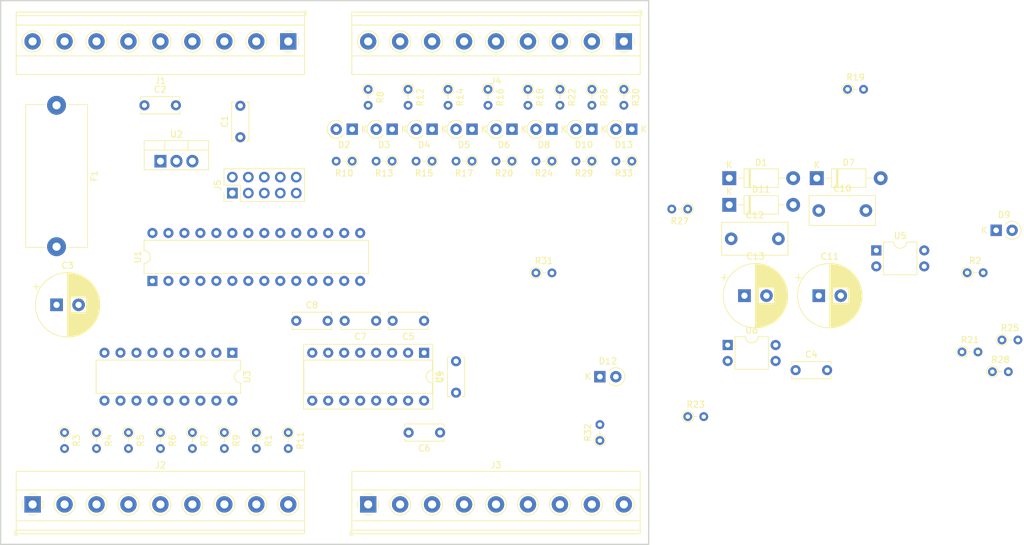
<source format=kicad_pcb>
(kicad_pcb (version 20171130) (host pcbnew 5.1.10-88a1d61d58~88~ubuntu20.04.1)
  (layers (0 F.Cu signal) (31 B.Cu signal) (34 B.Paste user) (35 F.Paste user) (36 B.SilkS user) (37 F.SilkS user) (38 B.Mask user) (39 F.Mask user) (44 Edge.Cuts user))
  (net 0 "")
  (net 1 GND)
  (net 2 +5V)
  (net 3 +24V)
  (net 4 "Net-(J2-Pad8)")
  (net 5 "Net-(J2-Pad7)")
  (net 6 "Net-(J2-Pad6)")
  (net 7 "Net-(J2-Pad5)")
  (net 8 "Net-(J2-Pad4)")
  (net 9 "Net-(J2-Pad3)")
  (net 10 "Net-(J2-Pad2)")
  (net 11 RS232_RX)
  (net 12 RS232_TX)
  (net 13 "Net-(J4-Pad6)")
  (net 14 "Net-(J4-Pad5)")
  (net 15 MISO)
  (net 16 SCK)
  (net 17 RST)
  (net 18 MOSI)
  (net 19 "Net-(R1-Pad1)")
  (net 20 DI0)
  (net 21 "Net-(U1-Pad13)")
  (net 22 S2)
  (net 23 "Net-(U1-Pad12)")
  (net 24 S1)
  (net 25 "Net-(U1-Pad11)")
  (net 26 DO1)
  (net 27 DI7)
  (net 28 DO0)
  (net 29 DI6)
  (net 30 "Net-(U1-Pad6)")
  (net 31 "Net-(U1-Pad5)")
  (net 32 "Net-(U1-Pad4)")
  (net 33 TXD)
  (net 34 DI2)
  (net 35 RXD)
  (net 36 DI1)
  (net 37 "Net-(C5-Pad2)")
  (net 38 "Net-(C5-Pad1)")
  (net 39 "Net-(C7-Pad2)")
  (net 40 "Net-(C7-Pad1)")
  (net 41 "Net-(C8-Pad2)")
  (net 42 "Net-(C9-Pad2)")
  (net 43 "Net-(C10-Pad2)")
  (net 44 L1)
  (net 45 "Net-(C11-Pad2)")
  (net 46 "Net-(C11-Pad1)")
  (net 47 "Net-(C12-Pad2)")
  (net 48 L2)
  (net 49 "Net-(C13-Pad2)")
  (net 50 "Net-(C13-Pad1)")
  (net 51 "Net-(D1-Pad1)")
  (net 52 "Net-(F1-Pad1)")
  (net 53 N1)
  (net 54 N2)
  (net 55 "Net-(R3-Pad1)")
  (net 56 "Net-(R4-Pad1)")
  (net 57 "Net-(R5-Pad1)")
  (net 58 "Net-(R6-Pad1)")
  (net 59 "Net-(R7-Pad1)")
  (net 60 "Net-(R9-Pad1)")
  (net 61 "Net-(R11-Pad1)")
  (net 62 "Net-(R21-Pad1)")
  (net 63 "Net-(R28-Pad1)")
  (net 64 "Net-(J4-Pad4)")
  (net 65 "Net-(J4-Pad3)")
  (net 66 "Net-(J2-Pad9)")
  (net 67 "Net-(J4-Pad8)")
  (net 68 "Net-(J4-Pad7)")
  (net 69 "Net-(J4-Pad2)")
  (net 70 "Net-(J4-Pad1)")
  (module TerminalBlock_Phoenix:TerminalBlock_Phoenix_MKDS-1,5-9-5.08_1x09_P5.08mm_Horizontal (layer F.Cu) (at 198.12 69.85 180)
    (fp_text reference J4 (at 20.32 -6.26) (layer F.SilkS))
    (fp_text value Screw_Terminal_01x09)
    (pad 9 thru_hole circle (at 40.64 0 180) (size 2.6 2.6) (drill 1.3) (layers *.Cu *.Mask))
    (pad 8 thru_hole circle (at 35.56 0 180) (size 2.6 2.6) (drill 1.3) (layers *.Cu *.Mask) (net 67 "Net-(J4-Pad8)"))
    (pad 7 thru_hole circle (at 30.48 0 180) (size 2.6 2.6) (drill 1.3) (layers *.Cu *.Mask) (net 68 "Net-(J4-Pad7)"))
    (pad 6 thru_hole circle (at 25.4 0 180) (size 2.6 2.6) (drill 1.3) (layers *.Cu *.Mask) (net 13 "Net-(J4-Pad6)"))
    (pad 5 thru_hole circle (at 20.32 0 180) (size 2.6 2.6) (drill 1.3) (layers *.Cu *.Mask) (net 14 "Net-(J4-Pad5)"))
    (pad 4 thru_hole circle (at 15.24 0 180) (size 2.6 2.6) (drill 1.3) (layers *.Cu *.Mask) (net 64 "Net-(J4-Pad4)"))
    (pad 3 thru_hole circle (at 10.16 0 180) (size 2.6 2.6) (drill 1.3) (layers *.Cu *.Mask) (net 65 "Net-(J4-Pad3)"))
    (pad 2 thru_hole circle (at 5.08 0 180) (size 2.6 2.6) (drill 1.3) (layers *.Cu *.Mask) (net 69 "Net-(J4-Pad2)"))
    (pad 1 thru_hole rect (at 0 0 180) (size 2.6 2.6) (drill 1.3) (layers *.Cu *.Mask) (net 70 "Net-(J4-Pad1)"))
  )
  (module TerminalBlock_Phoenix:TerminalBlock_Phoenix_MKDS-1,5-9-5.08_1x09_P5.08mm_Horizontal (layer F.Cu) (at 157.48 143.51)
    (fp_text reference J3 (at 20.32 -6.26) (layer F.SilkS))
    (fp_text value Screw_Terminal_01x09)
    (pad 9 thru_hole circle (at 40.64 0) (size 2.6 2.6) (drill 1.3) (layers *.Cu *.Mask) (net 54 N2))
    (pad 8 thru_hole circle (at 35.56 0) (size 2.6 2.6) (drill 1.3) (layers *.Cu *.Mask) (net 48 L2))
    (pad 7 thru_hole circle (at 30.48 0) (size 2.6 2.6) (drill 1.3) (layers *.Cu *.Mask) (net 53 N1))
    (pad 6 thru_hole circle (at 25.4 0) (size 2.6 2.6) (drill 1.3) (layers *.Cu *.Mask) (net 44 L1))
    (pad 5 thru_hole circle (at 20.32 0) (size 2.6 2.6) (drill 1.3) (layers *.Cu *.Mask))
    (pad 4 thru_hole circle (at 15.24 0) (size 2.6 2.6) (drill 1.3) (layers *.Cu *.Mask))
    (pad 3 thru_hole circle (at 10.16 0) (size 2.6 2.6) (drill 1.3) (layers *.Cu *.Mask))
    (pad 2 thru_hole circle (at 5.08 0) (size 2.6 2.6) (drill 1.3) (layers *.Cu *.Mask) (net 12 RS232_TX))
    (pad 1 thru_hole rect (at 0 0) (size 2.6 2.6) (drill 1.3) (layers *.Cu *.Mask) (net 11 RS232_RX))
  )
  (module TerminalBlock_Phoenix:TerminalBlock_Phoenix_MKDS-1,5-9-5.08_1x09_P5.08mm_Horizontal (layer F.Cu) (at 104.14 143.51)
    (fp_text reference J2 (at 20.32 -6.26) (layer F.SilkS))
    (fp_text value Screw_Terminal_01x09)
    (pad 9 thru_hole circle (at 40.64 0) (size 2.6 2.6) (drill 1.3) (layers *.Cu *.Mask) (net 66 "Net-(J2-Pad9)"))
    (pad 8 thru_hole circle (at 35.56 0) (size 2.6 2.6) (drill 1.3) (layers *.Cu *.Mask) (net 4 "Net-(J2-Pad8)"))
    (pad 7 thru_hole circle (at 30.48 0) (size 2.6 2.6) (drill 1.3) (layers *.Cu *.Mask) (net 5 "Net-(J2-Pad7)"))
    (pad 6 thru_hole circle (at 25.4 0) (size 2.6 2.6) (drill 1.3) (layers *.Cu *.Mask) (net 6 "Net-(J2-Pad6)"))
    (pad 5 thru_hole circle (at 20.32 0) (size 2.6 2.6) (drill 1.3) (layers *.Cu *.Mask) (net 7 "Net-(J2-Pad5)"))
    (pad 4 thru_hole circle (at 15.24 0) (size 2.6 2.6) (drill 1.3) (layers *.Cu *.Mask) (net 8 "Net-(J2-Pad4)"))
    (pad 3 thru_hole circle (at 10.16 0) (size 2.6 2.6) (drill 1.3) (layers *.Cu *.Mask) (net 9 "Net-(J2-Pad3)"))
    (pad 2 thru_hole circle (at 5.08 0) (size 2.6 2.6) (drill 1.3) (layers *.Cu *.Mask) (net 10 "Net-(J2-Pad2)"))
    (pad 1 thru_hole rect (at 0 0) (size 2.6 2.6) (drill 1.3) (layers *.Cu *.Mask))
  )
  (module TerminalBlock_Phoenix:TerminalBlock_Phoenix_MKDS-1,5-9-5.08_1x09_P5.08mm_Horizontal (layer F.Cu) (at 144.78 69.85 180)
    (fp_text reference J1 (at 20.32 -6.26) (layer F.SilkS))
    (fp_text value Screw_Terminal_01x09)
    (pad 9 thru_hole circle (at 40.64 0 180) (size 2.6 2.6) (drill 1.3) (layers *.Cu *.Mask) (net 52 "Net-(F1-Pad1)"))
    (pad 8 thru_hole circle (at 35.56 0 180) (size 2.6 2.6) (drill 1.3) (layers *.Cu *.Mask) (net 52 "Net-(F1-Pad1)"))
    (pad 7 thru_hole circle (at 30.48 0 180) (size 2.6 2.6) (drill 1.3) (layers *.Cu *.Mask) (net 52 "Net-(F1-Pad1)"))
    (pad 6 thru_hole circle (at 25.4 0 180) (size 2.6 2.6) (drill 1.3) (layers *.Cu *.Mask) (net 52 "Net-(F1-Pad1)"))
    (pad 5 thru_hole circle (at 20.32 0 180) (size 2.6 2.6) (drill 1.3) (layers *.Cu *.Mask) (net 1 GND))
    (pad 4 thru_hole circle (at 15.24 0 180) (size 2.6 2.6) (drill 1.3) (layers *.Cu *.Mask) (net 1 GND))
    (pad 3 thru_hole circle (at 10.16 0 180) (size 2.6 2.6) (drill 1.3) (layers *.Cu *.Mask) (net 1 GND))
    (pad 2 thru_hole circle (at 5.08 0 180) (size 2.6 2.6) (drill 1.3) (layers *.Cu *.Mask) (net 1 GND))
    (pad 1 thru_hole rect (at 0 0 180) (size 2.6 2.6) (drill 1.3) (layers *.Cu *.Mask))
  )
  (module Package_DIP:DIP-4_W7.62mm (layer F.Cu) (at 214.625354 118.15)
    (fp_text reference U6 (at 3.81 -2.33) (layer F.SilkS))
    (fp_text value A817)
    (pad 4 thru_hole oval (at 7.62 0) (size 1.6 1.6) (drill 0.8) (layers *.Cu *.Mask) (net 2 +5V))
    (pad 2 thru_hole oval (at 0 2.54) (size 1.6 1.6) (drill 0.8) (layers *.Cu *.Mask) (net 49 "Net-(C13-Pad2)"))
    (pad 3 thru_hole oval (at 7.62 2.54) (size 1.6 1.6) (drill 0.8) (layers *.Cu *.Mask) (net 22 S2))
    (pad 1 thru_hole rect (at 0 0) (size 1.6 1.6) (drill 0.8) (layers *.Cu *.Mask) (net 63 "Net-(R28-Pad1)"))
  )
  (module Package_DIP:DIP-4_W7.62mm (layer F.Cu) (at 238.245354 103.1)
    (fp_text reference U5 (at 3.81 -2.33) (layer F.SilkS))
    (fp_text value A817)
    (pad 4 thru_hole oval (at 7.62 0) (size 1.6 1.6) (drill 0.8) (layers *.Cu *.Mask) (net 2 +5V))
    (pad 2 thru_hole oval (at 0 2.54) (size 1.6 1.6) (drill 0.8) (layers *.Cu *.Mask) (net 45 "Net-(C11-Pad2)"))
    (pad 3 thru_hole oval (at 7.62 2.54) (size 1.6 1.6) (drill 0.8) (layers *.Cu *.Mask) (net 24 S1))
    (pad 1 thru_hole rect (at 0 0) (size 1.6 1.6) (drill 0.8) (layers *.Cu *.Mask) (net 62 "Net-(R21-Pad1)"))
  )
  (module Resistor_THT:R_Axial_DIN0204_L3.6mm_D1.6mm_P2.54mm_Vertical (layer F.Cu) (at 199.39 88.9 180)
    (fp_text reference R33 (at 1.27 -1.92) (layer F.SilkS))
    (fp_text value 100k)
    (pad 2 thru_hole oval (at 2.54 0 180) (size 1.4 1.4) (drill 0.7) (layers *.Cu *.Mask) (net 1 GND))
    (pad 1 thru_hole circle (at 0 0 180) (size 1.4 1.4) (drill 0.7) (layers *.Cu *.Mask) (net 27 DI7))
  )
  (module Resistor_THT:R_Axial_DIN0204_L3.6mm_D1.6mm_P2.54mm_Vertical (layer F.Cu) (at 194.31 133.35 90)
    (fp_text reference R32 (at 1.27 -1.92 90) (layer F.SilkS))
    (fp_text value 100k)
    (pad 2 thru_hole oval (at 2.54 0 90) (size 1.4 1.4) (drill 0.7) (layers *.Cu *.Mask) (net 54 N2))
    (pad 1 thru_hole circle (at 0 0 90) (size 1.4 1.4) (drill 0.7) (layers *.Cu *.Mask) (net 49 "Net-(C13-Pad2)"))
  )
  (module Resistor_THT:R_Axial_DIN0204_L3.6mm_D1.6mm_P2.54mm_Vertical (layer F.Cu) (at 184.15 106.68)
    (fp_text reference R31 (at 1.27 -1.92) (layer F.SilkS))
    (fp_text value 100k)
    (pad 2 thru_hole oval (at 2.54 0) (size 1.4 1.4) (drill 0.7) (layers *.Cu *.Mask) (net 22 S2))
    (pad 1 thru_hole circle (at 0 0) (size 1.4 1.4) (drill 0.7) (layers *.Cu *.Mask) (net 1 GND))
  )
  (module Resistor_THT:R_Axial_DIN0204_L3.6mm_D1.6mm_P2.54mm_Vertical (layer F.Cu) (at 198.12 77.47 270)
    (fp_text reference R30 (at 1.27 -1.92 90) (layer F.SilkS))
    (fp_text value 27k)
    (pad 2 thru_hole oval (at 2.54 0 270) (size 1.4 1.4) (drill 0.7) (layers *.Cu *.Mask) (net 27 DI7))
    (pad 1 thru_hole circle (at 0 0 270) (size 1.4 1.4) (drill 0.7) (layers *.Cu *.Mask) (net 70 "Net-(J4-Pad1)"))
  )
  (module Resistor_THT:R_Axial_DIN0204_L3.6mm_D1.6mm_P2.54mm_Vertical (layer F.Cu) (at 193.04 88.9 180)
    (fp_text reference R29 (at 1.27 -1.92) (layer F.SilkS))
    (fp_text value 100k)
    (pad 2 thru_hole oval (at 2.54 0 180) (size 1.4 1.4) (drill 0.7) (layers *.Cu *.Mask) (net 1 GND))
    (pad 1 thru_hole circle (at 0 0 180) (size 1.4 1.4) (drill 0.7) (layers *.Cu *.Mask) (net 29 DI6))
  )
  (module Resistor_THT:R_Axial_DIN0204_L3.6mm_D1.6mm_P2.54mm_Vertical (layer F.Cu) (at 256.695354 122.4)
    (fp_text reference R28 (at 1.27 -1.92) (layer F.SilkS))
    (fp_text value 1k)
    (pad 2 thru_hole oval (at 2.54 0) (size 1.4 1.4) (drill 0.7) (layers *.Cu *.Mask) (net 50 "Net-(C13-Pad1)"))
    (pad 1 thru_hole circle (at 0 0) (size 1.4 1.4) (drill 0.7) (layers *.Cu *.Mask) (net 63 "Net-(R28-Pad1)"))
  )
  (module Resistor_THT:R_Axial_DIN0204_L3.6mm_D1.6mm_P2.54mm_Vertical (layer F.Cu) (at 208.28 96.52 180)
    (fp_text reference R27 (at 1.27 -1.92) (layer F.SilkS))
    (fp_text value 470k)
    (pad 2 thru_hole oval (at 2.54 0 180) (size 1.4 1.4) (drill 0.7) (layers *.Cu *.Mask) (net 48 L2))
    (pad 1 thru_hole circle (at 0 0 180) (size 1.4 1.4) (drill 0.7) (layers *.Cu *.Mask) (net 47 "Net-(C12-Pad2)"))
  )
  (module Resistor_THT:R_Axial_DIN0204_L3.6mm_D1.6mm_P2.54mm_Vertical (layer F.Cu) (at 193.04 77.47 270)
    (fp_text reference R26 (at 1.27 -1.92 90) (layer F.SilkS))
    (fp_text value 27k)
    (pad 2 thru_hole oval (at 2.54 0 270) (size 1.4 1.4) (drill 0.7) (layers *.Cu *.Mask) (net 29 DI6))
    (pad 1 thru_hole circle (at 0 0 270) (size 1.4 1.4) (drill 0.7) (layers *.Cu *.Mask) (net 69 "Net-(J4-Pad2)"))
  )
  (module Resistor_THT:R_Axial_DIN0204_L3.6mm_D1.6mm_P2.54mm_Vertical (layer F.Cu) (at 258.215354 117.35)
    (fp_text reference R25 (at 1.27 -1.92) (layer F.SilkS))
    (fp_text value 100k)
    (pad 2 thru_hole oval (at 2.54 0) (size 1.4 1.4) (drill 0.7) (layers *.Cu *.Mask) (net 53 N1))
    (pad 1 thru_hole circle (at 0 0) (size 1.4 1.4) (drill 0.7) (layers *.Cu *.Mask) (net 45 "Net-(C11-Pad2)"))
  )
  (module Resistor_THT:R_Axial_DIN0204_L3.6mm_D1.6mm_P2.54mm_Vertical (layer F.Cu) (at 186.69 88.9 180)
    (fp_text reference R24 (at 1.27 -1.92) (layer F.SilkS))
    (fp_text value 100k)
    (pad 2 thru_hole oval (at 2.54 0 180) (size 1.4 1.4) (drill 0.7) (layers *.Cu *.Mask) (net 1 GND))
    (pad 1 thru_hole circle (at 0 0 180) (size 1.4 1.4) (drill 0.7) (layers *.Cu *.Mask) (net 16 SCK))
  )
  (module Resistor_THT:R_Axial_DIN0204_L3.6mm_D1.6mm_P2.54mm_Vertical (layer F.Cu) (at 208.28 129.54)
    (fp_text reference R23 (at 1.27 -1.92) (layer F.SilkS))
    (fp_text value 100k)
    (pad 2 thru_hole oval (at 2.54 0) (size 1.4 1.4) (drill 0.7) (layers *.Cu *.Mask) (net 24 S1))
    (pad 1 thru_hole circle (at 0 0) (size 1.4 1.4) (drill 0.7) (layers *.Cu *.Mask) (net 1 GND))
  )
  (module Resistor_THT:R_Axial_DIN0204_L3.6mm_D1.6mm_P2.54mm_Vertical (layer F.Cu) (at 187.96 77.47 270)
    (fp_text reference R22 (at 1.27 -1.92 90) (layer F.SilkS))
    (fp_text value 27k)
    (pad 2 thru_hole oval (at 2.54 0 270) (size 1.4 1.4) (drill 0.7) (layers *.Cu *.Mask) (net 16 SCK))
    (pad 1 thru_hole circle (at 0 0 270) (size 1.4 1.4) (drill 0.7) (layers *.Cu *.Mask) (net 65 "Net-(J4-Pad3)"))
  )
  (module Resistor_THT:R_Axial_DIN0204_L3.6mm_D1.6mm_P2.54mm_Vertical (layer F.Cu) (at 251.865354 119.25)
    (fp_text reference R21 (at 1.27 -1.92) (layer F.SilkS))
    (fp_text value 1k)
    (pad 2 thru_hole oval (at 2.54 0) (size 1.4 1.4) (drill 0.7) (layers *.Cu *.Mask) (net 46 "Net-(C11-Pad1)"))
    (pad 1 thru_hole circle (at 0 0) (size 1.4 1.4) (drill 0.7) (layers *.Cu *.Mask) (net 62 "Net-(R21-Pad1)"))
  )
  (module Resistor_THT:R_Axial_DIN0204_L3.6mm_D1.6mm_P2.54mm_Vertical (layer F.Cu) (at 180.34 88.9 180)
    (fp_text reference R20 (at 1.27 -1.92) (layer F.SilkS))
    (fp_text value 100k)
    (pad 2 thru_hole oval (at 2.54 0 180) (size 1.4 1.4) (drill 0.7) (layers *.Cu *.Mask) (net 1 GND))
    (pad 1 thru_hole circle (at 0 0 180) (size 1.4 1.4) (drill 0.7) (layers *.Cu *.Mask) (net 15 MISO))
  )
  (module Resistor_THT:R_Axial_DIN0204_L3.6mm_D1.6mm_P2.54mm_Vertical (layer F.Cu) (at 233.68 77.47)
    (fp_text reference R19 (at 1.27 -1.92) (layer F.SilkS))
    (fp_text value 470k)
    (pad 2 thru_hole oval (at 2.54 0) (size 1.4 1.4) (drill 0.7) (layers *.Cu *.Mask) (net 44 L1))
    (pad 1 thru_hole circle (at 0 0) (size 1.4 1.4) (drill 0.7) (layers *.Cu *.Mask) (net 43 "Net-(C10-Pad2)"))
  )
  (module Resistor_THT:R_Axial_DIN0204_L3.6mm_D1.6mm_P2.54mm_Vertical (layer F.Cu) (at 182.88 77.47 270)
    (fp_text reference R18 (at 1.27 -1.92 90) (layer F.SilkS))
    (fp_text value 27k)
    (pad 2 thru_hole oval (at 2.54 0 270) (size 1.4 1.4) (drill 0.7) (layers *.Cu *.Mask) (net 15 MISO))
    (pad 1 thru_hole circle (at 0 0 270) (size 1.4 1.4) (drill 0.7) (layers *.Cu *.Mask) (net 64 "Net-(J4-Pad4)"))
  )
  (module Resistor_THT:R_Axial_DIN0204_L3.6mm_D1.6mm_P2.54mm_Vertical (layer F.Cu) (at 173.99 88.9 180)
    (fp_text reference R17 (at 1.27 -1.92) (layer F.SilkS))
    (fp_text value 100k)
    (pad 2 thru_hole oval (at 2.54 0 180) (size 1.4 1.4) (drill 0.7) (layers *.Cu *.Mask) (net 1 GND))
    (pad 1 thru_hole circle (at 0 0 180) (size 1.4 1.4) (drill 0.7) (layers *.Cu *.Mask) (net 18 MOSI))
  )
  (module Resistor_THT:R_Axial_DIN0204_L3.6mm_D1.6mm_P2.54mm_Vertical (layer F.Cu) (at 176.53 77.47 270)
    (fp_text reference R16 (at 1.27 -1.92 90) (layer F.SilkS))
    (fp_text value 27k)
    (pad 2 thru_hole oval (at 2.54 0 270) (size 1.4 1.4) (drill 0.7) (layers *.Cu *.Mask) (net 18 MOSI))
    (pad 1 thru_hole circle (at 0 0 270) (size 1.4 1.4) (drill 0.7) (layers *.Cu *.Mask) (net 14 "Net-(J4-Pad5)"))
  )
  (module Resistor_THT:R_Axial_DIN0204_L3.6mm_D1.6mm_P2.54mm_Vertical (layer F.Cu) (at 167.64 88.9 180)
    (fp_text reference R15 (at 1.27 -1.92) (layer F.SilkS))
    (fp_text value 100k)
    (pad 2 thru_hole oval (at 2.54 0 180) (size 1.4 1.4) (drill 0.7) (layers *.Cu *.Mask) (net 1 GND))
    (pad 1 thru_hole circle (at 0 0 180) (size 1.4 1.4) (drill 0.7) (layers *.Cu *.Mask) (net 34 DI2))
  )
  (module Resistor_THT:R_Axial_DIN0204_L3.6mm_D1.6mm_P2.54mm_Vertical (layer F.Cu) (at 170.18 77.47 270)
    (fp_text reference R14 (at 1.27 -1.92 90) (layer F.SilkS))
    (fp_text value 27k)
    (pad 2 thru_hole oval (at 2.54 0 270) (size 1.4 1.4) (drill 0.7) (layers *.Cu *.Mask) (net 34 DI2))
    (pad 1 thru_hole circle (at 0 0 270) (size 1.4 1.4) (drill 0.7) (layers *.Cu *.Mask) (net 13 "Net-(J4-Pad6)"))
  )
  (module Resistor_THT:R_Axial_DIN0204_L3.6mm_D1.6mm_P2.54mm_Vertical (layer F.Cu) (at 161.29 88.9 180)
    (fp_text reference R13 (at 1.27 -1.92) (layer F.SilkS))
    (fp_text value 100k)
    (pad 2 thru_hole oval (at 2.54 0 180) (size 1.4 1.4) (drill 0.7) (layers *.Cu *.Mask) (net 1 GND))
    (pad 1 thru_hole circle (at 0 0 180) (size 1.4 1.4) (drill 0.7) (layers *.Cu *.Mask) (net 36 DI1))
  )
  (module Resistor_THT:R_Axial_DIN0204_L3.6mm_D1.6mm_P2.54mm_Vertical (layer F.Cu) (at 163.83 77.47 270)
    (fp_text reference R12 (at 1.27 -1.92 90) (layer F.SilkS))
    (fp_text value 27k)
    (pad 2 thru_hole oval (at 2.54 0 270) (size 1.4 1.4) (drill 0.7) (layers *.Cu *.Mask) (net 36 DI1))
    (pad 1 thru_hole circle (at 0 0 270) (size 1.4 1.4) (drill 0.7) (layers *.Cu *.Mask) (net 68 "Net-(J4-Pad7)"))
  )
  (module Resistor_THT:R_Axial_DIN0204_L3.6mm_D1.6mm_P2.54mm_Vertical (layer F.Cu) (at 144.78 132.08 270)
    (fp_text reference R11 (at 1.27 -1.92 90) (layer F.SilkS))
    (fp_text value 22)
    (pad 2 thru_hole oval (at 2.54 0 270) (size 1.4 1.4) (drill 0.7) (layers *.Cu *.Mask) (net 66 "Net-(J2-Pad9)"))
    (pad 1 thru_hole circle (at 0 0 270) (size 1.4 1.4) (drill 0.7) (layers *.Cu *.Mask) (net 61 "Net-(R11-Pad1)"))
  )
  (module Resistor_THT:R_Axial_DIN0204_L3.6mm_D1.6mm_P2.54mm_Vertical (layer F.Cu) (at 154.94 88.9 180)
    (fp_text reference R10 (at 1.27 -1.92) (layer F.SilkS))
    (fp_text value 100k)
    (pad 2 thru_hole oval (at 2.54 0 180) (size 1.4 1.4) (drill 0.7) (layers *.Cu *.Mask) (net 1 GND))
    (pad 1 thru_hole circle (at 0 0 180) (size 1.4 1.4) (drill 0.7) (layers *.Cu *.Mask) (net 20 DI0))
  )
  (module Resistor_THT:R_Axial_DIN0204_L3.6mm_D1.6mm_P2.54mm_Vertical (layer F.Cu) (at 134.62 132.08 270)
    (fp_text reference R9 (at 1.27 -1.92 90) (layer F.SilkS))
    (fp_text value 22)
    (pad 2 thru_hole oval (at 2.54 0 270) (size 1.4 1.4) (drill 0.7) (layers *.Cu *.Mask) (net 5 "Net-(J2-Pad7)"))
    (pad 1 thru_hole circle (at 0 0 270) (size 1.4 1.4) (drill 0.7) (layers *.Cu *.Mask) (net 60 "Net-(R9-Pad1)"))
  )
  (module Resistor_THT:R_Axial_DIN0204_L3.6mm_D1.6mm_P2.54mm_Vertical (layer F.Cu) (at 157.48 77.47 270)
    (fp_text reference R8 (at 1.27 -1.92 90) (layer F.SilkS))
    (fp_text value 27k)
    (pad 2 thru_hole oval (at 2.54 0 270) (size 1.4 1.4) (drill 0.7) (layers *.Cu *.Mask) (net 20 DI0))
    (pad 1 thru_hole circle (at 0 0 270) (size 1.4 1.4) (drill 0.7) (layers *.Cu *.Mask) (net 67 "Net-(J4-Pad8)"))
  )
  (module Resistor_THT:R_Axial_DIN0204_L3.6mm_D1.6mm_P2.54mm_Vertical (layer F.Cu) (at 129.54 132.08 270)
    (fp_text reference R7 (at 1.27 -1.92 90) (layer F.SilkS))
    (fp_text value 22)
    (pad 2 thru_hole oval (at 2.54 0 270) (size 1.4 1.4) (drill 0.7) (layers *.Cu *.Mask) (net 6 "Net-(J2-Pad6)"))
    (pad 1 thru_hole circle (at 0 0 270) (size 1.4 1.4) (drill 0.7) (layers *.Cu *.Mask) (net 59 "Net-(R7-Pad1)"))
  )
  (module Resistor_THT:R_Axial_DIN0204_L3.6mm_D1.6mm_P2.54mm_Vertical (layer F.Cu) (at 124.46 132.08 270)
    (fp_text reference R6 (at 1.27 -1.92 90) (layer F.SilkS))
    (fp_text value 22)
    (pad 2 thru_hole oval (at 2.54 0 270) (size 1.4 1.4) (drill 0.7) (layers *.Cu *.Mask) (net 7 "Net-(J2-Pad5)"))
    (pad 1 thru_hole circle (at 0 0 270) (size 1.4 1.4) (drill 0.7) (layers *.Cu *.Mask) (net 58 "Net-(R6-Pad1)"))
  )
  (module Resistor_THT:R_Axial_DIN0204_L3.6mm_D1.6mm_P2.54mm_Vertical (layer F.Cu) (at 119.38 132.08 270)
    (fp_text reference R5 (at 1.27 -1.92 90) (layer F.SilkS))
    (fp_text value 22)
    (pad 2 thru_hole oval (at 2.54 0 270) (size 1.4 1.4) (drill 0.7) (layers *.Cu *.Mask) (net 8 "Net-(J2-Pad4)"))
    (pad 1 thru_hole circle (at 0 0 270) (size 1.4 1.4) (drill 0.7) (layers *.Cu *.Mask) (net 57 "Net-(R5-Pad1)"))
  )
  (module Resistor_THT:R_Axial_DIN0204_L3.6mm_D1.6mm_P2.54mm_Vertical (layer F.Cu) (at 114.3 132.08 270)
    (fp_text reference R4 (at 1.27 -1.92 90) (layer F.SilkS))
    (fp_text value 22)
    (pad 2 thru_hole oval (at 2.54 0 270) (size 1.4 1.4) (drill 0.7) (layers *.Cu *.Mask) (net 9 "Net-(J2-Pad3)"))
    (pad 1 thru_hole circle (at 0 0 270) (size 1.4 1.4) (drill 0.7) (layers *.Cu *.Mask) (net 56 "Net-(R4-Pad1)"))
  )
  (module Resistor_THT:R_Axial_DIN0204_L3.6mm_D1.6mm_P2.54mm_Vertical (layer F.Cu) (at 109.22 132.08 270)
    (fp_text reference R3 (at 1.27 -1.92 90) (layer F.SilkS))
    (fp_text value 22)
    (pad 2 thru_hole oval (at 2.54 0 270) (size 1.4 1.4) (drill 0.7) (layers *.Cu *.Mask) (net 10 "Net-(J2-Pad2)"))
    (pad 1 thru_hole circle (at 0 0 270) (size 1.4 1.4) (drill 0.7) (layers *.Cu *.Mask) (net 55 "Net-(R3-Pad1)"))
  )
  (module Resistor_THT:R_Axial_DIN0204_L3.6mm_D1.6mm_P2.54mm_Vertical (layer F.Cu) (at 252.695354 106.65)
    (fp_text reference R2 (at 1.27 -1.92) (layer F.SilkS))
    (fp_text value 1k)
    (pad 2 thru_hole oval (at 2.54 0) (size 1.4 1.4) (drill 0.7) (layers *.Cu *.Mask) (net 51 "Net-(D1-Pad1)"))
    (pad 1 thru_hole circle (at 0 0) (size 1.4 1.4) (drill 0.7) (layers *.Cu *.Mask) (net 3 +24V))
  )
  (module Diode_THT:D_A-405_P2.54mm_Vertical_KathodeUp (layer F.Cu) (at 199.39 83.82 180)
    (fp_text reference D13 (at 1.27 -2.47) (layer F.SilkS))
    (fp_text value 4V7)
    (fp_text user K (at -1.9 0) (layer F.SilkS))
    (pad 2 thru_hole oval (at 2.54 0 180) (size 1.8 1.8) (drill 0.9) (layers *.Cu *.Mask) (net 1 GND))
    (pad 1 thru_hole rect (at 0 0 180) (size 1.8 1.8) (drill 0.9) (layers *.Cu *.Mask) (net 27 DI7))
  )
  (module Diode_THT:D_A-405_P2.54mm_Vertical_KathodeUp (layer F.Cu) (at 194.31 123.19)
    (fp_text reference D12 (at 1.27 -2.47) (layer F.SilkS))
    (fp_text value 5V1)
    (fp_text user K (at -1.9 0) (layer F.SilkS))
    (pad 2 thru_hole oval (at 2.54 0) (size 1.8 1.8) (drill 0.9) (layers *.Cu *.Mask) (net 49 "Net-(C13-Pad2)"))
    (pad 1 thru_hole rect (at 0 0) (size 1.8 1.8) (drill 0.9) (layers *.Cu *.Mask) (net 50 "Net-(C13-Pad1)"))
  )
  (module Diode_THT:D_DO-41_SOD81_P10.16mm_Horizontal (layer F.Cu) (at 214.875354 95.85)
    (fp_text reference D11 (at 5.08 -2.47) (layer F.SilkS))
    (fp_text value 1N4007)
    (fp_text user K (at 0 -2.1) (layer F.SilkS))
    (pad 2 thru_hole oval (at 10.16 0) (size 2.2 2.2) (drill 1.1) (layers *.Cu *.Mask) (net 47 "Net-(C12-Pad2)"))
    (pad 1 thru_hole rect (at 0 0) (size 2.2 2.2) (drill 1.1) (layers *.Cu *.Mask) (net 50 "Net-(C13-Pad1)"))
  )
  (module Diode_THT:D_A-405_P2.54mm_Vertical_KathodeUp (layer F.Cu) (at 193.04 83.82 180)
    (fp_text reference D10 (at 1.27 -2.47) (layer F.SilkS))
    (fp_text value 4V7)
    (fp_text user K (at -1.9 0) (layer F.SilkS))
    (pad 2 thru_hole oval (at 2.54 0 180) (size 1.8 1.8) (drill 0.9) (layers *.Cu *.Mask) (net 1 GND))
    (pad 1 thru_hole rect (at 0 0 180) (size 1.8 1.8) (drill 0.9) (layers *.Cu *.Mask) (net 29 DI6))
  )
  (module Diode_THT:D_A-405_P2.54mm_Vertical_KathodeUp (layer F.Cu) (at 257.295354 99.9)
    (fp_text reference D9 (at 1.27 -2.47) (layer F.SilkS))
    (fp_text value 5V1)
    (fp_text user K (at -1.9 0) (layer F.SilkS))
    (pad 2 thru_hole oval (at 2.54 0) (size 1.8 1.8) (drill 0.9) (layers *.Cu *.Mask) (net 45 "Net-(C11-Pad2)"))
    (pad 1 thru_hole rect (at 0 0) (size 1.8 1.8) (drill 0.9) (layers *.Cu *.Mask) (net 46 "Net-(C11-Pad1)"))
  )
  (module Diode_THT:D_A-405_P2.54mm_Vertical_KathodeUp (layer F.Cu) (at 186.69 83.82 180)
    (fp_text reference D8 (at 1.27 -2.47) (layer F.SilkS))
    (fp_text value 4V7)
    (fp_text user K (at -1.9 0) (layer F.SilkS))
    (pad 2 thru_hole oval (at 2.54 0 180) (size 1.8 1.8) (drill 0.9) (layers *.Cu *.Mask) (net 1 GND))
    (pad 1 thru_hole rect (at 0 0 180) (size 1.8 1.8) (drill 0.9) (layers *.Cu *.Mask) (net 16 SCK))
  )
  (module Diode_THT:D_DO-41_SOD81_P10.16mm_Horizontal (layer F.Cu) (at 228.785354 91.6)
    (fp_text reference D7 (at 5.08 -2.47) (layer F.SilkS))
    (fp_text value 1N4007)
    (fp_text user K (at 0 -2.1) (layer F.SilkS))
    (pad 2 thru_hole oval (at 10.16 0) (size 2.2 2.2) (drill 1.1) (layers *.Cu *.Mask) (net 43 "Net-(C10-Pad2)"))
    (pad 1 thru_hole rect (at 0 0) (size 2.2 2.2) (drill 1.1) (layers *.Cu *.Mask) (net 46 "Net-(C11-Pad1)"))
  )
  (module Diode_THT:D_A-405_P2.54mm_Vertical_KathodeUp (layer F.Cu) (at 180.34 83.82 180)
    (fp_text reference D6 (at 1.27 -2.47) (layer F.SilkS))
    (fp_text value 4V7)
    (fp_text user K (at -1.9 0) (layer F.SilkS))
    (pad 2 thru_hole oval (at 2.54 0 180) (size 1.8 1.8) (drill 0.9) (layers *.Cu *.Mask) (net 1 GND))
    (pad 1 thru_hole rect (at 0 0 180) (size 1.8 1.8) (drill 0.9) (layers *.Cu *.Mask) (net 15 MISO))
  )
  (module Diode_THT:D_A-405_P2.54mm_Vertical_KathodeUp (layer F.Cu) (at 173.99 83.82 180)
    (fp_text reference D5 (at 1.27 -2.47) (layer F.SilkS))
    (fp_text value 4V7)
    (fp_text user K (at -1.9 0) (layer F.SilkS))
    (pad 2 thru_hole oval (at 2.54 0 180) (size 1.8 1.8) (drill 0.9) (layers *.Cu *.Mask) (net 1 GND))
    (pad 1 thru_hole rect (at 0 0 180) (size 1.8 1.8) (drill 0.9) (layers *.Cu *.Mask) (net 18 MOSI))
  )
  (module Diode_THT:D_A-405_P2.54mm_Vertical_KathodeUp (layer F.Cu) (at 167.64 83.82 180)
    (fp_text reference D4 (at 1.27 -2.47) (layer F.SilkS))
    (fp_text value 4V7)
    (fp_text user K (at -1.9 0) (layer F.SilkS))
    (pad 2 thru_hole oval (at 2.54 0 180) (size 1.8 1.8) (drill 0.9) (layers *.Cu *.Mask) (net 1 GND))
    (pad 1 thru_hole rect (at 0 0 180) (size 1.8 1.8) (drill 0.9) (layers *.Cu *.Mask) (net 34 DI2))
  )
  (module Diode_THT:D_A-405_P2.54mm_Vertical_KathodeUp (layer F.Cu) (at 161.29 83.82 180)
    (fp_text reference D3 (at 1.27 -2.47) (layer F.SilkS))
    (fp_text value 4V7)
    (fp_text user K (at -1.9 0) (layer F.SilkS))
    (pad 2 thru_hole oval (at 2.54 0 180) (size 1.8 1.8) (drill 0.9) (layers *.Cu *.Mask) (net 1 GND))
    (pad 1 thru_hole rect (at 0 0 180) (size 1.8 1.8) (drill 0.9) (layers *.Cu *.Mask) (net 36 DI1))
  )
  (module Diode_THT:D_A-405_P2.54mm_Vertical_KathodeUp (layer F.Cu) (at 154.94 83.82 180)
    (fp_text reference D2 (at 1.27 -2.47) (layer F.SilkS))
    (fp_text value 4V7)
    (fp_text user K (at -1.9 0) (layer F.SilkS))
    (pad 2 thru_hole oval (at 2.54 0 180) (size 1.8 1.8) (drill 0.9) (layers *.Cu *.Mask) (net 1 GND))
    (pad 1 thru_hole rect (at 0 0 180) (size 1.8 1.8) (drill 0.9) (layers *.Cu *.Mask) (net 20 DI0))
  )
  (module Diode_THT:D_DO-41_SOD81_P10.16mm_Horizontal (layer F.Cu) (at 214.875354 91.6)
    (fp_text reference D1 (at 5.08 -2.47) (layer F.SilkS))
    (fp_text value 1N4007)
    (fp_text user K (at 0 -2.1) (layer F.SilkS))
    (pad 2 thru_hole oval (at 10.16 0) (size 2.2 2.2) (drill 1.1) (layers *.Cu *.Mask) (net 1 GND))
    (pad 1 thru_hole rect (at 0 0) (size 2.2 2.2) (drill 1.1) (layers *.Cu *.Mask) (net 51 "Net-(D1-Pad1)"))
  )
  (module Capacitor_THT:CP_Radial_D10.0mm_P3.50mm (layer F.Cu) (at 217.29 110.3)
    (fp_text reference C13 (at 1.75 -6.25) (layer F.SilkS))
    (fp_text value 220µ)
    (pad 2 thru_hole circle (at 3.5 0) (size 2 2) (drill 1) (layers *.Cu *.Mask) (net 49 "Net-(C13-Pad2)"))
    (pad 1 thru_hole rect (at 0 0) (size 2 2) (drill 1) (layers *.Cu *.Mask) (net 50 "Net-(C13-Pad1)"))
  )
  (module Capacitor_THT:C_Rect_L10.3mm_W5.0mm_P7.50mm_MKS4 (layer F.Cu) (at 215.185354 101.25)
    (fp_text reference C12 (at 3.75 -3.75) (layer F.SilkS))
    (fp_text value 100n)
    (pad 2 thru_hole circle (at 7.5 0) (size 2 2) (drill 1) (layers *.Cu *.Mask) (net 47 "Net-(C12-Pad2)"))
    (pad 1 thru_hole circle (at 0 0) (size 2 2) (drill 1) (layers *.Cu *.Mask) (net 48 L2))
  )
  (module Capacitor_THT:CP_Radial_D10.0mm_P3.50mm (layer F.Cu) (at 229.1 110.3)
    (fp_text reference C11 (at 1.75 -6.25) (layer F.SilkS))
    (fp_text value 220µ)
    (pad 2 thru_hole circle (at 3.5 0) (size 2 2) (drill 1) (layers *.Cu *.Mask) (net 45 "Net-(C11-Pad2)"))
    (pad 1 thru_hole rect (at 0 0) (size 2 2) (drill 1) (layers *.Cu *.Mask) (net 46 "Net-(C11-Pad1)"))
  )
  (module Capacitor_THT:C_Rect_L10.3mm_W4.5mm_P7.50mm_MKS4 (layer F.Cu) (at 229.095354 96.75)
    (fp_text reference C10 (at 3.75 -3.5) (layer F.SilkS))
    (fp_text value 100n)
    (pad 2 thru_hole circle (at 7.5 0) (size 2 2) (drill 1) (layers *.Cu *.Mask) (net 43 "Net-(C10-Pad2)"))
    (pad 1 thru_hole circle (at 0 0) (size 2 2) (drill 1) (layers *.Cu *.Mask) (net 44 L1))
  )
  (module Capacitor_THT:C_Disc_D6.0mm_W2.5mm_P5.00mm (layer F.Cu) (at 171.45 125.73 90)
    (fp_text reference C9 (at 2.5 -2.5 90) (layer F.SilkS))
    (fp_text value 2.2µ)
    (pad 2 thru_hole circle (at 5 0 90) (size 1.6 1.6) (drill 0.8) (layers *.Cu *.Mask) (net 42 "Net-(C9-Pad2)"))
    (pad 1 thru_hole circle (at 0 0 90) (size 1.6 1.6) (drill 0.8) (layers *.Cu *.Mask) (net 1 GND))
  )
  (module Capacitor_THT:C_Disc_D6.0mm_W2.5mm_P5.00mm (layer F.Cu) (at 146.05 114.3)
    (fp_text reference C8 (at 2.5 -2.5) (layer F.SilkS))
    (fp_text value 2.2µ)
    (pad 2 thru_hole circle (at 5 0) (size 1.6 1.6) (drill 0.8) (layers *.Cu *.Mask) (net 41 "Net-(C8-Pad2)"))
    (pad 1 thru_hole circle (at 0 0) (size 1.6 1.6) (drill 0.8) (layers *.Cu *.Mask) (net 1 GND))
  )
  (module Capacitor_THT:C_Disc_D6.0mm_W2.5mm_P5.00mm (layer F.Cu) (at 158.75 114.3 180)
    (fp_text reference C7 (at 2.5 -2.5) (layer F.SilkS))
    (fp_text value 2.2µ)
    (pad 2 thru_hole circle (at 5 0 180) (size 1.6 1.6) (drill 0.8) (layers *.Cu *.Mask) (net 39 "Net-(C7-Pad2)"))
    (pad 1 thru_hole circle (at 0 0 180) (size 1.6 1.6) (drill 0.8) (layers *.Cu *.Mask) (net 40 "Net-(C7-Pad1)"))
  )
  (module Capacitor_THT:C_Disc_D6.0mm_W2.5mm_P5.00mm (layer F.Cu) (at 168.91 132.08 180)
    (fp_text reference C6 (at 2.5 -2.5) (layer F.SilkS))
    (fp_text value 2.2µ)
    (pad 2 thru_hole circle (at 5 0 180) (size 1.6 1.6) (drill 0.8) (layers *.Cu *.Mask) (net 1 GND))
    (pad 1 thru_hole circle (at 0 0 180) (size 1.6 1.6) (drill 0.8) (layers *.Cu *.Mask) (net 2 +5V))
  )
  (module Capacitor_THT:C_Disc_D6.0mm_W2.5mm_P5.00mm (layer F.Cu) (at 166.37 114.3 180)
    (fp_text reference C5 (at 2.5 -2.5) (layer F.SilkS))
    (fp_text value 2.2µ)
    (pad 2 thru_hole circle (at 5 0 180) (size 1.6 1.6) (drill 0.8) (layers *.Cu *.Mask) (net 37 "Net-(C5-Pad2)"))
    (pad 1 thru_hole circle (at 0 0 180) (size 1.6 1.6) (drill 0.8) (layers *.Cu *.Mask) (net 38 "Net-(C5-Pad1)"))
  )
  (module Capacitor_THT:C_Disc_D6.0mm_W2.5mm_P5.00mm (layer F.Cu) (at 225.425354 122.15)
    (fp_text reference C4 (at 2.5 -2.5) (layer F.SilkS))
    (fp_text value 0.1µ)
    (pad 2 thru_hole circle (at 5 0) (size 1.6 1.6) (drill 0.8) (layers *.Cu *.Mask) (net 1 GND))
    (pad 1 thru_hole circle (at 0 0) (size 1.6 1.6) (drill 0.8) (layers *.Cu *.Mask) (net 2 +5V))
  )
  (module Capacitor_THT:CP_Radial_D10.0mm_P3.50mm (layer F.Cu) (at 107.95 111.76)
    (fp_text reference C3 (at 1.75 -6.25) (layer F.SilkS))
    (fp_text value 2.2µ)
    (pad 2 thru_hole circle (at 3.5 0) (size 2 2) (drill 1) (layers *.Cu *.Mask) (net 1 GND))
    (pad 1 thru_hole rect (at 0 0) (size 2 2) (drill 1) (layers *.Cu *.Mask) (net 3 +24V))
  )
  (module Package_DIP:DIP-28_W7.62mm (layer F.Cu) (at 123.19 107.95 90)
    (fp_text reference U1 (at 3.81 -2.33 90) (layer F.SilkS))
    (fp_text value ATmega48P-20PU)
    (pad 28 thru_hole oval (at 7.62 0 90) (size 1.6 1.6) (drill 0.8) (layers *.Cu *.Mask))
    (pad 14 thru_hole oval (at 0 33.02 90) (size 1.6 1.6) (drill 0.8) (layers *.Cu *.Mask) (net 20 DI0))
    (pad 27 thru_hole oval (at 7.62 2.54 90) (size 1.6 1.6) (drill 0.8) (layers *.Cu *.Mask))
    (pad 13 thru_hole oval (at 0 30.48 90) (size 1.6 1.6) (drill 0.8) (layers *.Cu *.Mask) (net 21 "Net-(U1-Pad13)"))
    (pad 26 thru_hole oval (at 7.62 5.08 90) (size 1.6 1.6) (drill 0.8) (layers *.Cu *.Mask) (net 22 S2))
    (pad 12 thru_hole oval (at 0 27.94 90) (size 1.6 1.6) (drill 0.8) (layers *.Cu *.Mask) (net 23 "Net-(U1-Pad12)"))
    (pad 25 thru_hole oval (at 7.62 7.62 90) (size 1.6 1.6) (drill 0.8) (layers *.Cu *.Mask) (net 24 S1))
    (pad 11 thru_hole oval (at 0 25.4 90) (size 1.6 1.6) (drill 0.8) (layers *.Cu *.Mask) (net 25 "Net-(U1-Pad11)"))
    (pad 24 thru_hole oval (at 7.62 10.16 90) (size 1.6 1.6) (drill 0.8) (layers *.Cu *.Mask) (net 26 DO1))
    (pad 10 thru_hole oval (at 0 22.86 90) (size 1.6 1.6) (drill 0.8) (layers *.Cu *.Mask) (net 27 DI7))
    (pad 23 thru_hole oval (at 7.62 12.7 90) (size 1.6 1.6) (drill 0.8) (layers *.Cu *.Mask) (net 28 DO0))
    (pad 9 thru_hole oval (at 0 20.32 90) (size 1.6 1.6) (drill 0.8) (layers *.Cu *.Mask) (net 29 DI6))
    (pad 22 thru_hole oval (at 7.62 15.24 90) (size 1.6 1.6) (drill 0.8) (layers *.Cu *.Mask) (net 1 GND))
    (pad 8 thru_hole oval (at 0 17.78 90) (size 1.6 1.6) (drill 0.8) (layers *.Cu *.Mask) (net 1 GND))
    (pad 21 thru_hole oval (at 7.62 17.78 90) (size 1.6 1.6) (drill 0.8) (layers *.Cu *.Mask) (net 2 +5V))
    (pad 7 thru_hole oval (at 0 15.24 90) (size 1.6 1.6) (drill 0.8) (layers *.Cu *.Mask) (net 2 +5V))
    (pad 20 thru_hole oval (at 7.62 20.32 90) (size 1.6 1.6) (drill 0.8) (layers *.Cu *.Mask) (net 2 +5V))
    (pad 6 thru_hole oval (at 0 12.7 90) (size 1.6 1.6) (drill 0.8) (layers *.Cu *.Mask) (net 30 "Net-(U1-Pad6)"))
    (pad 19 thru_hole oval (at 7.62 22.86 90) (size 1.6 1.6) (drill 0.8) (layers *.Cu *.Mask) (net 16 SCK))
    (pad 5 thru_hole oval (at 0 10.16 90) (size 1.6 1.6) (drill 0.8) (layers *.Cu *.Mask) (net 31 "Net-(U1-Pad5)"))
    (pad 18 thru_hole oval (at 7.62 25.4 90) (size 1.6 1.6) (drill 0.8) (layers *.Cu *.Mask) (net 15 MISO))
    (pad 4 thru_hole oval (at 0 7.62 90) (size 1.6 1.6) (drill 0.8) (layers *.Cu *.Mask) (net 32 "Net-(U1-Pad4)"))
    (pad 17 thru_hole oval (at 7.62 27.94 90) (size 1.6 1.6) (drill 0.8) (layers *.Cu *.Mask) (net 18 MOSI))
    (pad 3 thru_hole oval (at 0 5.08 90) (size 1.6 1.6) (drill 0.8) (layers *.Cu *.Mask) (net 33 TXD))
    (pad 16 thru_hole oval (at 7.62 30.48 90) (size 1.6 1.6) (drill 0.8) (layers *.Cu *.Mask) (net 34 DI2))
    (pad 2 thru_hole oval (at 0 2.54 90) (size 1.6 1.6) (drill 0.8) (layers *.Cu *.Mask) (net 35 RXD))
    (pad 15 thru_hole oval (at 7.62 33.02 90) (size 1.6 1.6) (drill 0.8) (layers *.Cu *.Mask) (net 36 DI1))
    (pad 1 thru_hole rect (at 0 0 90) (size 1.6 1.6) (drill 0.8) (layers *.Cu *.Mask) (net 17 RST))
  )
  (module Connector_PinHeader_2.54mm:PinHeader_2x05_P2.54mm_Vertical (layer F.Cu) (at 135.89 93.98 90)
    (fp_text reference J5 (at 1.27 -2.33 90) (layer F.SilkS))
    (fp_text value AVR-ISP-10)
    (pad 10 thru_hole oval (at 2.54 10.16 90) (size 1.7 1.7) (drill 1) (layers *.Cu *.Mask) (net 1 GND))
    (pad 9 thru_hole oval (at 0 10.16 90) (size 1.7 1.7) (drill 1) (layers *.Cu *.Mask) (net 15 MISO))
    (pad 8 thru_hole oval (at 2.54 7.62 90) (size 1.7 1.7) (drill 1) (layers *.Cu *.Mask) (net 1 GND))
    (pad 7 thru_hole oval (at 0 7.62 90) (size 1.7 1.7) (drill 1) (layers *.Cu *.Mask) (net 16 SCK))
    (pad 6 thru_hole oval (at 2.54 5.08 90) (size 1.7 1.7) (drill 1) (layers *.Cu *.Mask) (net 1 GND))
    (pad 5 thru_hole oval (at 0 5.08 90) (size 1.7 1.7) (drill 1) (layers *.Cu *.Mask) (net 17 RST))
    (pad 4 thru_hole oval (at 2.54 2.54 90) (size 1.7 1.7) (drill 1) (layers *.Cu *.Mask) (net 1 GND))
    (pad 3 thru_hole oval (at 0 2.54 90) (size 1.7 1.7) (drill 1) (layers *.Cu *.Mask))
    (pad 2 thru_hole oval (at 2.54 0 90) (size 1.7 1.7) (drill 1) (layers *.Cu *.Mask) (net 2 +5V))
    (pad 1 thru_hole rect (at 0 0 90) (size 1.7 1.7) (drill 1) (layers *.Cu *.Mask) (net 18 MOSI))
  )
  (module Package_DIP:DIP-16_W7.62mm_Socket (layer F.Cu) (at 166.37 119.38 270)
    (fp_text reference U4 (at 3.81 -2.33 90) (layer F.SilkS))
    (fp_text value MAX232EEPE+)
    (pad 16 thru_hole oval (at 7.62 0 270) (size 1.6 1.6) (drill 0.8) (layers *.Cu *.Mask) (net 2 +5V))
    (pad 8 thru_hole oval (at 0 17.78 270) (size 1.6 1.6) (drill 0.8) (layers *.Cu *.Mask) (net 1 GND))
    (pad 15 thru_hole oval (at 7.62 2.54 270) (size 1.6 1.6) (drill 0.8) (layers *.Cu *.Mask) (net 1 GND))
    (pad 7 thru_hole oval (at 0 15.24 270) (size 1.6 1.6) (drill 0.8) (layers *.Cu *.Mask))
    (pad 14 thru_hole oval (at 7.62 5.08 270) (size 1.6 1.6) (drill 0.8) (layers *.Cu *.Mask) (net 12 RS232_TX))
    (pad 6 thru_hole oval (at 0 12.7 270) (size 1.6 1.6) (drill 0.8) (layers *.Cu *.Mask) (net 41 "Net-(C8-Pad2)"))
    (pad 13 thru_hole oval (at 7.62 7.62 270) (size 1.6 1.6) (drill 0.8) (layers *.Cu *.Mask) (net 11 RS232_RX))
    (pad 5 thru_hole oval (at 0 10.16 270) (size 1.6 1.6) (drill 0.8) (layers *.Cu *.Mask) (net 39 "Net-(C7-Pad2)"))
    (pad 12 thru_hole oval (at 7.62 10.16 270) (size 1.6 1.6) (drill 0.8) (layers *.Cu *.Mask) (net 35 RXD))
    (pad 4 thru_hole oval (at 0 7.62 270) (size 1.6 1.6) (drill 0.8) (layers *.Cu *.Mask) (net 40 "Net-(C7-Pad1)"))
    (pad 11 thru_hole oval (at 7.62 12.7 270) (size 1.6 1.6) (drill 0.8) (layers *.Cu *.Mask) (net 33 TXD))
    (pad 3 thru_hole oval (at 0 5.08 270) (size 1.6 1.6) (drill 0.8) (layers *.Cu *.Mask) (net 37 "Net-(C5-Pad2)"))
    (pad 10 thru_hole oval (at 7.62 15.24 270) (size 1.6 1.6) (drill 0.8) (layers *.Cu *.Mask) (net 1 GND))
    (pad 2 thru_hole oval (at 0 2.54 270) (size 1.6 1.6) (drill 0.8) (layers *.Cu *.Mask) (net 42 "Net-(C9-Pad2)"))
    (pad 9 thru_hole oval (at 7.62 17.78 270) (size 1.6 1.6) (drill 0.8) (layers *.Cu *.Mask))
    (pad 1 thru_hole rect (at 0 0 270) (size 1.6 1.6) (drill 0.8) (layers *.Cu *.Mask) (net 38 "Net-(C5-Pad1)"))
  )
  (module Capacitor_THT:C_Disc_D6.0mm_W2.5mm_P5.00mm (layer F.Cu) (at 137.16 85.09 90)
    (fp_text reference C1 (at 2.5 -2.5 90) (layer F.SilkS))
    (fp_text value 0.1µ)
    (pad 2 thru_hole circle (at 5 0 90) (size 1.6 1.6) (drill 0.8) (layers *.Cu *.Mask) (net 1 GND))
    (pad 1 thru_hole circle (at 0 0 90) (size 1.6 1.6) (drill 0.8) (layers *.Cu *.Mask) (net 2 +5V))
  )
  (module Package_DIP:DIP-18_W7.62mm (layer F.Cu) (at 135.89 119.38 270)
    (fp_text reference U3 (at 3.81 -2.33 90) (layer F.SilkS))
    (fp_text value ULN2803A)
    (pad 18 thru_hole oval (at 7.62 0 270) (size 1.6 1.6) (drill 0.8) (layers *.Cu *.Mask) (net 61 "Net-(R11-Pad1)"))
    (pad 9 thru_hole oval (at 0 20.32 270) (size 1.6 1.6) (drill 0.8) (layers *.Cu *.Mask) (net 1 GND))
    (pad 17 thru_hole oval (at 7.62 2.54 270) (size 1.6 1.6) (drill 0.8) (layers *.Cu *.Mask) (net 19 "Net-(R1-Pad1)"))
    (pad 8 thru_hole oval (at 0 17.78 270) (size 1.6 1.6) (drill 0.8) (layers *.Cu *.Mask) (net 21 "Net-(U1-Pad13)"))
    (pad 16 thru_hole oval (at 7.62 5.08 270) (size 1.6 1.6) (drill 0.8) (layers *.Cu *.Mask) (net 60 "Net-(R9-Pad1)"))
    (pad 7 thru_hole oval (at 0 15.24 270) (size 1.6 1.6) (drill 0.8) (layers *.Cu *.Mask) (net 23 "Net-(U1-Pad12)"))
    (pad 15 thru_hole oval (at 7.62 7.62 270) (size 1.6 1.6) (drill 0.8) (layers *.Cu *.Mask) (net 59 "Net-(R7-Pad1)"))
    (pad 6 thru_hole oval (at 0 12.7 270) (size 1.6 1.6) (drill 0.8) (layers *.Cu *.Mask) (net 25 "Net-(U1-Pad11)"))
    (pad 14 thru_hole oval (at 7.62 10.16 270) (size 1.6 1.6) (drill 0.8) (layers *.Cu *.Mask) (net 58 "Net-(R6-Pad1)"))
    (pad 5 thru_hole oval (at 0 10.16 270) (size 1.6 1.6) (drill 0.8) (layers *.Cu *.Mask) (net 30 "Net-(U1-Pad6)"))
    (pad 13 thru_hole oval (at 7.62 12.7 270) (size 1.6 1.6) (drill 0.8) (layers *.Cu *.Mask) (net 57 "Net-(R5-Pad1)"))
    (pad 4 thru_hole oval (at 0 7.62 270) (size 1.6 1.6) (drill 0.8) (layers *.Cu *.Mask) (net 31 "Net-(U1-Pad5)"))
    (pad 12 thru_hole oval (at 7.62 15.24 270) (size 1.6 1.6) (drill 0.8) (layers *.Cu *.Mask) (net 56 "Net-(R4-Pad1)"))
    (pad 3 thru_hole oval (at 0 5.08 270) (size 1.6 1.6) (drill 0.8) (layers *.Cu *.Mask) (net 32 "Net-(U1-Pad4)"))
    (pad 11 thru_hole oval (at 7.62 17.78 270) (size 1.6 1.6) (drill 0.8) (layers *.Cu *.Mask) (net 55 "Net-(R3-Pad1)"))
    (pad 2 thru_hole oval (at 0 2.54 270) (size 1.6 1.6) (drill 0.8) (layers *.Cu *.Mask) (net 26 DO1))
    (pad 10 thru_hole oval (at 7.62 20.32 270) (size 1.6 1.6) (drill 0.8) (layers *.Cu *.Mask) (net 3 +24V))
    (pad 1 thru_hole rect (at 0 0 270) (size 1.6 1.6) (drill 0.8) (layers *.Cu *.Mask) (net 28 DO0))
  )
  (module Package_TO_SOT_THT:TO-220-3_Vertical (layer F.Cu) (at 124.46 88.9)
    (fp_text reference U2 (at 2.54 -4.27) (layer F.SilkS))
    (fp_text value L7805ABP)
    (pad 3 thru_hole oval (at 5.08 0) (size 1.905 2) (drill 1.1) (layers *.Cu *.Mask) (net 2 +5V))
    (pad 2 thru_hole oval (at 2.54 0) (size 1.905 2) (drill 1.1) (layers *.Cu *.Mask) (net 1 GND))
    (pad 1 thru_hole rect (at 0 0) (size 1.905 2) (drill 1.1) (layers *.Cu *.Mask) (net 3 +24V))
  )
  (module Resistor_THT:R_Axial_DIN0204_L3.6mm_D1.6mm_P2.54mm_Vertical (layer F.Cu) (at 139.7 132.08 270)
    (fp_text reference R1 (at 1.27 -1.92 90) (layer F.SilkS))
    (fp_text value 22)
    (pad 2 thru_hole oval (at 2.54 0 270) (size 1.4 1.4) (drill 0.7) (layers *.Cu *.Mask) (net 4 "Net-(J2-Pad8)"))
    (pad 1 thru_hole circle (at 0 0 270) (size 1.4 1.4) (drill 0.7) (layers *.Cu *.Mask) (net 19 "Net-(R1-Pad1)"))
  )
  (module Fuse:Fuseholder_Cylinder-5x20mm_Schurter_0031_8201_Horizontal_Open (layer F.Cu) (at 107.95 80.01 270)
    (fp_text reference F1 (at 11.25 -6 90) (layer F.SilkS))
    (fp_text value Fuse)
    (pad "" np_thru_hole circle (at 11.25 0 270) (size 2.7 2.7) (drill 2.7) (layers *.Cu *.Mask))
    (pad 2 thru_hole circle (at 22.5 0 270) (size 3 3) (drill 1.3) (layers *.Cu *.Mask) (net 3 +24V))
    (pad 1 thru_hole circle (at 0 0 270) (size 3 3) (drill 1.3) (layers *.Cu *.Mask) (net 52 "Net-(F1-Pad1)"))
  )
  (module Capacitor_THT:C_Disc_D6.0mm_W2.5mm_P5.00mm (layer F.Cu) (at 121.92 80.01)
    (fp_text reference C2 (at 2.5 -2.5) (layer F.SilkS))
    (fp_text value 0.33µ)
    (pad 2 thru_hole circle (at 5 0) (size 1.6 1.6) (drill 0.8) (layers *.Cu *.Mask) (net 1 GND))
    (pad 1 thru_hole circle (at 0 0) (size 1.6 1.6) (drill 0.8) (layers *.Cu *.Mask) (net 3 +24V))
  )
  (gr_line (start 202.06 149.86) (end 202.06 63.36) (layer Edge.Cuts) (width 0.2))
  (gr_line (start 202.06 63.36) (end 99.06 63.36) (layer Edge.Cuts) (width 0.2))
  (gr_line (start 99.06 63.36) (end 99.06 149.86) (layer Edge.Cuts) (width 0.2))
  (gr_line (start 99.06 149.86) (end 202.06 149.86) (layer Edge.Cuts) (width 0.2))
)
</source>
